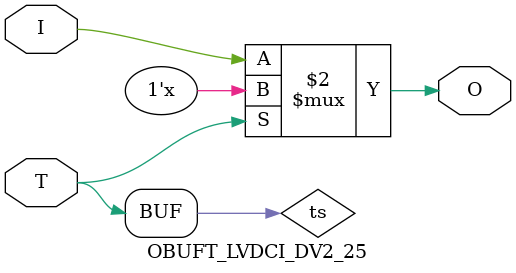
<source format=v>

/*

FUNCTION    : TRI-STATE OUTPUT BUFFER

*/

`celldefine
`timescale  100 ps / 10 ps

module OBUFT_LVDCI_DV2_25 (O, I, T);

    output O;

    input  I, T;

    or O1 (ts, 1'b0, T);
    bufif0 T1 (O, I, ts);

endmodule

</source>
